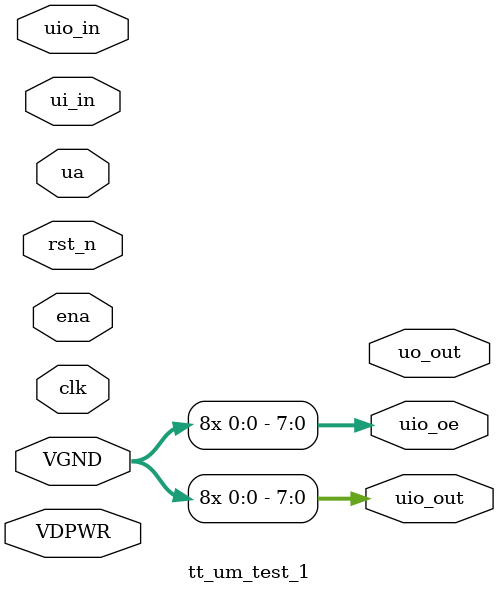
<source format=v>
/*
 * Copyright (c) 2024 Your Name
 * SPDX-License-Identifier: Apache-2.0
 */

`default_nettype none

module tt_um_test_1 (
    input  wire       VGND,
    input  wire       VDPWR,    // 1.8v power supply
//    input  wire       VAPWR,    // 3.3v power supply
    input  wire [7:0] ui_in,    // Dedicated inputs
    output wire [7:0] uo_out,   // Dedicated outputs
    input  wire [7:0] uio_in,   // IOs: Input path
    output wire [7:0] uio_out,  // IOs: Output path
    output wire [7:0] uio_oe,   // IOs: Enable path (active high: 0=input, 1=output)
    inout  wire [7:0] ua,       // Analog pins, only ua[5:0] can be used
    input  wire       ena,      // always 1 when the design is powered, so you can ignore it
    input  wire       clk,      // clock
    input  wire       rst_n     // reset_n - low to reset
);

    assign uio_out[0] = VGND;
    assign uio_out[1] = VGND;
    assign uio_out[2] = VGND;
    assign uio_out[3] = VGND;
    assign uio_out[4] = VGND;
    assign uio_out[5] = VGND;
    assign uio_out[6] = VGND;
    assign uio_out[7] = VGND;

    assign uio_oe[0] = VGND;
    assign uio_oe[1] = VGND;
    assign uio_oe[2] = VGND;
    assign uio_oe[3] = VGND;
    assign uio_oe[4] = VGND;
    assign uio_oe[5] = VGND;
    assign uio_oe[6] = VGND;
    assign uio_oe[7] = VGND;
    
endmodule

</source>
